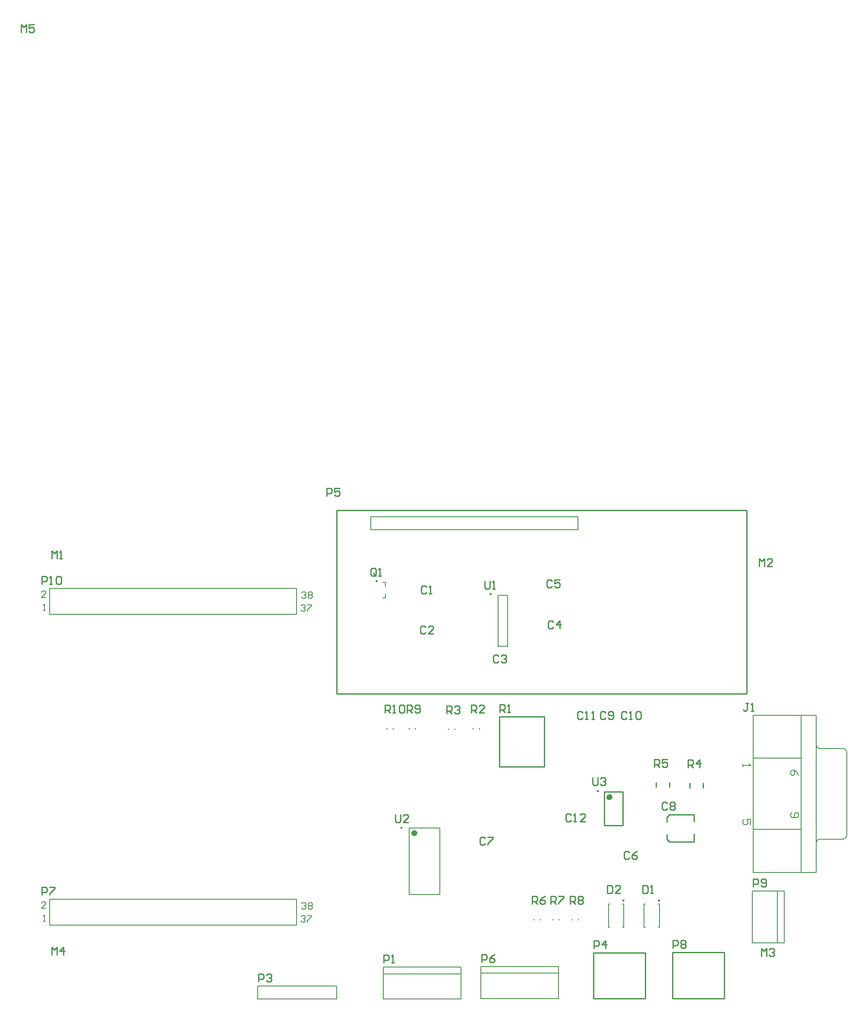
<source format=gto>
G04*
G04 #@! TF.GenerationSoftware,Altium Limited,Altium Designer,18.1.9 (240)*
G04*
G04 Layer_Color=65535*
%FSLAX25Y25*%
%MOIN*%
G70*
G01*
G75*
%ADD10C,0.00984*%
%ADD11C,0.02362*%
%ADD12C,0.00787*%
%ADD13C,0.01000*%
%ADD14C,0.00800*%
%ADD15C,0.00591*%
D10*
X463504Y86114D02*
G03*
X463504Y86114I-492J0D01*
G01*
X443886Y170681D02*
G03*
X443886Y170681I-492J0D01*
G01*
X491004Y86114D02*
G03*
X491004Y86114I-492J0D01*
G01*
X272992Y332827D02*
G03*
X272992Y332827I-492J0D01*
G01*
X292079Y142347D02*
G03*
X292079Y142347I-492J0D01*
G01*
X361043Y322847D02*
G03*
X361043Y322847I-492J0D01*
G01*
D11*
X453441Y165949D02*
G03*
X453441Y165949I-1181J0D01*
G01*
X302807Y138154D02*
G03*
X302807Y138154I-1181J0D01*
G01*
D12*
X612020Y206138D02*
G03*
X614756Y203402I2736J0D01*
G01*
X635622Y200646D02*
G03*
X632886Y203382I-2736J0D01*
G01*
X614756Y133598D02*
G03*
X612020Y130862I0J-2736D01*
G01*
X632886Y133618D02*
G03*
X635622Y136354I0J2736D01*
G01*
X353000Y30000D02*
X413000D01*
X353000Y10500D02*
X413000D01*
X353000D02*
Y35200D01*
X413000D01*
Y10500D02*
Y35200D01*
X268000Y372500D02*
X428000D01*
X268000D02*
Y382500D01*
X275500D01*
X428000D01*
Y372500D02*
Y382500D01*
X451594Y65445D02*
X452579D01*
X451594Y83555D02*
X452579D01*
X462421Y65445D02*
X463406D01*
X462421Y83555D02*
X463406D01*
X451594Y65445D02*
Y83555D01*
X463406Y65445D02*
Y83555D01*
X562600Y53500D02*
X587300D01*
X562600D02*
Y93500D01*
X587300Y53500D02*
Y93500D01*
X562600D02*
X587300D01*
X582000Y53600D02*
Y93500D01*
X394039Y71106D02*
Y71894D01*
X398961Y71106D02*
Y71894D01*
X408539Y71106D02*
Y71894D01*
X413461Y71106D02*
Y71894D01*
X423539Y71106D02*
Y71894D01*
X428461Y71106D02*
Y71894D01*
X297539Y218606D02*
Y219394D01*
X302461Y218606D02*
Y219394D01*
X347039Y218606D02*
Y219394D01*
X351961Y218606D02*
Y219394D01*
X479095Y65445D02*
X480079D01*
X479095Y83555D02*
X480079D01*
X489921Y65445D02*
X490906D01*
X489921Y83555D02*
X490906D01*
X479095Y65445D02*
Y83555D01*
X490906Y65445D02*
Y83555D01*
X280539Y218606D02*
Y219394D01*
X285461Y218606D02*
Y219394D01*
X332961Y218106D02*
Y218894D01*
X328039Y218106D02*
Y218894D01*
X277224Y331646D02*
X279193D01*
Y328496D02*
Y331646D01*
X277224Y319835D02*
X279193D01*
Y322984D01*
X297689Y90909D02*
X321311D01*
X297689Y142091D02*
X321311D01*
Y90909D02*
Y142091D01*
X297689Y90909D02*
Y142091D01*
X337500Y10000D02*
Y34700D01*
X277500D02*
X337500D01*
X277500Y10000D02*
Y34700D01*
Y10000D02*
X337500D01*
X277500Y29500D02*
X337500D01*
X20000Y307000D02*
X210600D01*
X20000Y327000D02*
X210600D01*
X20000Y307000D02*
Y327000D01*
X210600Y307000D02*
Y327000D01*
X20000Y67000D02*
X210600D01*
X20000Y87000D02*
X210600D01*
X20000Y67000D02*
Y87000D01*
X210600Y67000D02*
Y87000D01*
X366457Y282315D02*
Y321685D01*
X373543Y282315D02*
Y321685D01*
X366457D02*
X373543D01*
X366457Y282315D02*
X373543D01*
X600189Y107870D02*
Y229130D01*
X563181Y107870D02*
X612000D01*
X563181Y229130D02*
X612000D01*
X635622Y136354D02*
Y200646D01*
X563181Y107870D02*
Y229130D01*
X563181Y140941D02*
X600189D01*
X612000Y107870D02*
Y229130D01*
X563181Y196059D02*
X600189D01*
X614756Y203402D02*
X632866D01*
X614756Y133598D02*
X632866D01*
X180600Y10000D02*
Y20000D01*
Y10000D02*
X234000D01*
X241500D01*
Y20000D01*
X180600D02*
X241500D01*
D13*
X241504Y387343D02*
X558433D01*
Y245610D02*
Y387343D01*
X241504Y245610D02*
X558433D01*
X241504D02*
Y387343D01*
X501000Y10583D02*
Y45983D01*
X541000D01*
Y10583D02*
Y45983D01*
X501000Y10583D02*
X541000D01*
X496728Y133463D02*
X498624Y131567D01*
X496728Y150537D02*
X498624Y152433D01*
X517594Y147000D02*
Y152433D01*
X498624D02*
X517594D01*
X498624Y131567D02*
X517594D01*
Y137335D01*
X496728Y133463D02*
Y137265D01*
Y146665D02*
Y150537D01*
X448216Y144008D02*
X462783D01*
X448216Y169992D02*
X462783D01*
Y144008D02*
Y169992D01*
X448216Y144008D02*
Y169992D01*
X488382Y173728D02*
Y177272D01*
X498618Y173728D02*
Y177272D01*
X524618Y173224D02*
Y176768D01*
X514382Y173224D02*
Y176768D01*
X367300Y189500D02*
X402000D01*
Y228000D01*
X367300D02*
X402000D01*
X367300Y189500D02*
Y228000D01*
X440000Y10300D02*
Y45700D01*
X480000D01*
Y10300D02*
Y45700D01*
X440000Y10300D02*
X480000D01*
X353600Y38600D02*
Y44598D01*
X356599D01*
X357599Y43598D01*
Y41599D01*
X356599Y40599D01*
X353600D01*
X363597Y44598D02*
X361597Y43598D01*
X359598Y41599D01*
Y39600D01*
X360598Y38600D01*
X362597D01*
X363597Y39600D01*
Y40599D01*
X362597Y41599D01*
X359598D01*
X439150Y181048D02*
Y176050D01*
X440150Y175050D01*
X442149D01*
X443149Y176050D01*
Y181048D01*
X445148Y180048D02*
X446148Y181048D01*
X448147D01*
X449147Y180048D01*
Y179049D01*
X448147Y178049D01*
X447147D01*
X448147D01*
X449147Y177049D01*
Y176050D01*
X448147Y175050D01*
X446148D01*
X445148Y176050D01*
X286850Y152348D02*
Y147350D01*
X287850Y146350D01*
X289849D01*
X290849Y147350D01*
Y152348D01*
X296847Y146350D02*
X292848D01*
X296847Y150349D01*
Y151348D01*
X295847Y152348D01*
X293848D01*
X292848Y151348D01*
X356050Y332848D02*
Y327850D01*
X357050Y326850D01*
X359049D01*
X360049Y327850D01*
Y332848D01*
X362048Y326850D02*
X364047D01*
X363048D01*
Y332848D01*
X362048Y331848D01*
X279000Y230971D02*
Y236969D01*
X281999D01*
X282999Y235969D01*
Y233970D01*
X281999Y232970D01*
X279000D01*
X280999D02*
X282999Y230971D01*
X284998D02*
X286997D01*
X285998D01*
Y236969D01*
X284998Y235969D01*
X289996D02*
X290996Y236969D01*
X292996D01*
X293995Y235969D01*
Y231971D01*
X292996Y230971D01*
X290996D01*
X289996Y231971D01*
Y235969D01*
X296000Y231000D02*
Y236998D01*
X298999D01*
X299999Y235998D01*
Y233999D01*
X298999Y232999D01*
X296000D01*
X297999D02*
X299999Y231000D01*
X301998Y232000D02*
X302998Y231000D01*
X304997D01*
X305997Y232000D01*
Y235998D01*
X304997Y236998D01*
X302998D01*
X301998Y235998D01*
Y234999D01*
X302998Y233999D01*
X305997D01*
X422000Y83471D02*
Y89469D01*
X424999D01*
X425999Y88469D01*
Y86470D01*
X424999Y85470D01*
X422000D01*
X423999D02*
X425999Y83471D01*
X427998Y88469D02*
X428998Y89469D01*
X430997D01*
X431997Y88469D01*
Y87470D01*
X430997Y86470D01*
X431997Y85470D01*
Y84471D01*
X430997Y83471D01*
X428998D01*
X427998Y84471D01*
Y85470D01*
X428998Y86470D01*
X427998Y87470D01*
Y88469D01*
X428998Y86470D02*
X430997D01*
X407000Y83471D02*
Y89469D01*
X409999D01*
X410999Y88469D01*
Y86470D01*
X409999Y85470D01*
X407000D01*
X408999D02*
X410999Y83471D01*
X412998Y89469D02*
X416997D01*
Y88469D01*
X412998Y84471D01*
Y83471D01*
X392500Y83500D02*
Y89498D01*
X395499D01*
X396499Y88498D01*
Y86499D01*
X395499Y85499D01*
X392500D01*
X394499D02*
X396499Y83500D01*
X402497Y89498D02*
X400497Y88498D01*
X398498Y86499D01*
Y84500D01*
X399498Y83500D01*
X401497D01*
X402497Y84500D01*
Y85499D01*
X401497Y86499D01*
X398498D01*
X486900Y189200D02*
Y195198D01*
X489899D01*
X490899Y194198D01*
Y192199D01*
X489899Y191199D01*
X486900D01*
X488899D02*
X490899Y189200D01*
X496897Y195198D02*
X492898D01*
Y192199D01*
X494897Y193199D01*
X495897D01*
X496897Y192199D01*
Y190200D01*
X495897Y189200D01*
X493898D01*
X492898Y190200D01*
X512900Y188696D02*
Y194694D01*
X515899D01*
X516899Y193694D01*
Y191695D01*
X515899Y190695D01*
X512900D01*
X514899D02*
X516899Y188696D01*
X521897D02*
Y194694D01*
X518898Y191695D01*
X522897D01*
X326500Y230500D02*
Y236498D01*
X329499D01*
X330499Y235498D01*
Y233499D01*
X329499Y232499D01*
X326500D01*
X328499D02*
X330499Y230500D01*
X332498Y235498D02*
X333498Y236498D01*
X335497D01*
X336497Y235498D01*
Y234499D01*
X335497Y233499D01*
X334497D01*
X335497D01*
X336497Y232499D01*
Y231500D01*
X335497Y230500D01*
X333498D01*
X332498Y231500D01*
X345500Y231000D02*
Y236998D01*
X348499D01*
X349499Y235998D01*
Y233999D01*
X348499Y232999D01*
X345500D01*
X347499D02*
X349499Y231000D01*
X355497D02*
X351498D01*
X355497Y234999D01*
Y235998D01*
X354497Y236998D01*
X352498D01*
X351498Y235998D01*
X367750Y231550D02*
Y237548D01*
X370749D01*
X371749Y236548D01*
Y234549D01*
X370749Y233549D01*
X367750D01*
X369749D02*
X371749Y231550D01*
X373748D02*
X375747D01*
X374748D01*
Y237548D01*
X373748Y236548D01*
X272086Y337790D02*
Y341789D01*
X271086Y342788D01*
X269087D01*
X268087Y341789D01*
Y337790D01*
X269087Y336790D01*
X271086D01*
X270086Y338790D02*
X272086Y336790D01*
X271086D02*
X272086Y337790D01*
X274085Y336790D02*
X276084D01*
X275085D01*
Y342788D01*
X274085Y341789D01*
X13900Y330400D02*
Y336398D01*
X16899D01*
X17899Y335398D01*
Y333399D01*
X16899Y332399D01*
X13900D01*
X19898Y330400D02*
X21897D01*
X20898D01*
Y336398D01*
X19898Y335398D01*
X24896D02*
X25896Y336398D01*
X27896D01*
X28895Y335398D01*
Y331400D01*
X27896Y330400D01*
X25896D01*
X24896Y331400D01*
Y335398D01*
X563200Y96900D02*
Y102898D01*
X566199D01*
X567199Y101898D01*
Y99899D01*
X566199Y98899D01*
X563200D01*
X569198Y97900D02*
X570198Y96900D01*
X572197D01*
X573197Y97900D01*
Y101898D01*
X572197Y102898D01*
X570198D01*
X569198Y101898D01*
Y100899D01*
X570198Y99899D01*
X573197D01*
X501150Y49533D02*
Y55531D01*
X504149D01*
X505149Y54532D01*
Y52532D01*
X504149Y51533D01*
X501150D01*
X507148Y54532D02*
X508148Y55531D01*
X510147D01*
X511147Y54532D01*
Y53532D01*
X510147Y52532D01*
X511147Y51533D01*
Y50533D01*
X510147Y49533D01*
X508148D01*
X507148Y50533D01*
Y51533D01*
X508148Y52532D01*
X507148Y53532D01*
Y54532D01*
X508148Y52532D02*
X510147D01*
X13900Y90400D02*
Y96398D01*
X16899D01*
X17899Y95398D01*
Y93399D01*
X16899Y92399D01*
X13900D01*
X19898Y96398D02*
X23897D01*
Y95398D01*
X19898Y91400D01*
Y90400D01*
X234100Y398600D02*
Y404598D01*
X237099D01*
X238099Y403598D01*
Y401599D01*
X237099Y400599D01*
X234100D01*
X244097Y404598D02*
X240098D01*
Y401599D01*
X242097Y402599D01*
X243097D01*
X244097Y401599D01*
Y399600D01*
X243097Y398600D01*
X241098D01*
X240098Y399600D01*
X440150Y49250D02*
Y55248D01*
X443149D01*
X444149Y54248D01*
Y52249D01*
X443149Y51249D01*
X440150D01*
X449147Y49250D02*
Y55248D01*
X446148Y52249D01*
X450147D01*
X181200Y23400D02*
Y29398D01*
X184199D01*
X185199Y28398D01*
Y26399D01*
X184199Y25399D01*
X181200D01*
X187198Y28398D02*
X188198Y29398D01*
X190197D01*
X191197Y28398D01*
Y27399D01*
X190197Y26399D01*
X189197D01*
X190197D01*
X191197Y25399D01*
Y24400D01*
X190197Y23400D01*
X188198D01*
X187198Y24400D01*
X278100Y38100D02*
Y44098D01*
X281099D01*
X282099Y43098D01*
Y41099D01*
X281099Y40099D01*
X278100D01*
X284098Y38100D02*
X286097D01*
X285098D01*
Y44098D01*
X284098Y43098D01*
X559799Y238498D02*
X557799D01*
X558799D01*
Y233500D01*
X557799Y232500D01*
X556800D01*
X555800Y233500D01*
X561798Y232500D02*
X563797D01*
X562798D01*
Y238498D01*
X561798Y237498D01*
X450500Y97798D02*
Y91800D01*
X453499D01*
X454499Y92800D01*
Y96798D01*
X453499Y97798D01*
X450500D01*
X460497Y91800D02*
X456498D01*
X460497Y95799D01*
Y96798D01*
X459497Y97798D01*
X457498D01*
X456498Y96798D01*
X478000Y97798D02*
Y91800D01*
X480999D01*
X481999Y92800D01*
Y96798D01*
X480999Y97798D01*
X478000D01*
X483998Y91800D02*
X485997D01*
X484998D01*
Y97798D01*
X483998Y96798D01*
X422799Y151998D02*
X421799Y152998D01*
X419800D01*
X418800Y151998D01*
Y148000D01*
X419800Y147000D01*
X421799D01*
X422799Y148000D01*
X424798Y147000D02*
X426797D01*
X425798D01*
Y152998D01*
X424798Y151998D01*
X433795Y147000D02*
X429796D01*
X433795Y150999D01*
Y151998D01*
X432795Y152998D01*
X430796D01*
X429796Y151998D01*
X431799Y230998D02*
X430799Y231998D01*
X428800D01*
X427800Y230998D01*
Y227000D01*
X428800Y226000D01*
X430799D01*
X431799Y227000D01*
X433798Y226000D02*
X435797D01*
X434798D01*
Y231998D01*
X433798Y230998D01*
X438796Y226000D02*
X440796D01*
X439796D01*
Y231998D01*
X438796Y230998D01*
X465799D02*
X464799Y231998D01*
X462800D01*
X461800Y230998D01*
Y227000D01*
X462800Y226000D01*
X464799D01*
X465799Y227000D01*
X467798Y226000D02*
X469797D01*
X468798D01*
Y231998D01*
X467798Y230998D01*
X472796D02*
X473796Y231998D01*
X475796D01*
X476795Y230998D01*
Y227000D01*
X475796Y226000D01*
X473796D01*
X472796Y227000D01*
Y230998D01*
X449299Y230960D02*
X448299Y231960D01*
X446300D01*
X445300Y230960D01*
Y226961D01*
X446300Y225961D01*
X448299D01*
X449299Y226961D01*
X451298D02*
X452298Y225961D01*
X454297D01*
X455297Y226961D01*
Y230960D01*
X454297Y231960D01*
X452298D01*
X451298Y230960D01*
Y229960D01*
X452298Y228960D01*
X455297D01*
X497110Y160948D02*
X496110Y161948D01*
X494111D01*
X493111Y160948D01*
Y156950D01*
X494111Y155950D01*
X496110D01*
X497110Y156950D01*
X499110Y160948D02*
X500109Y161948D01*
X502108D01*
X503108Y160948D01*
Y159949D01*
X502108Y158949D01*
X503108Y157949D01*
Y156950D01*
X502108Y155950D01*
X500109D01*
X499110Y156950D01*
Y157949D01*
X500109Y158949D01*
X499110Y159949D01*
Y160948D01*
X500109Y158949D02*
X502108D01*
X356299Y134121D02*
X355299Y135121D01*
X353300D01*
X352300Y134121D01*
Y130122D01*
X353300Y129123D01*
X355299D01*
X356299Y130122D01*
X358298Y135121D02*
X362297D01*
Y134121D01*
X358298Y130122D01*
Y129123D01*
X467549Y123248D02*
X466549Y124248D01*
X464550D01*
X463550Y123248D01*
Y119250D01*
X464550Y118250D01*
X466549D01*
X467549Y119250D01*
X473547Y124248D02*
X471547Y123248D01*
X469548Y121249D01*
Y119250D01*
X470548Y118250D01*
X472547D01*
X473547Y119250D01*
Y120249D01*
X472547Y121249D01*
X469548D01*
X408049Y332748D02*
X407049Y333748D01*
X405050D01*
X404050Y332748D01*
Y328750D01*
X405050Y327750D01*
X407049D01*
X408049Y328750D01*
X414047Y333748D02*
X410048D01*
Y330749D01*
X412047Y331749D01*
X413047D01*
X414047Y330749D01*
Y328750D01*
X413047Y327750D01*
X411048D01*
X410048Y328750D01*
X409049Y301248D02*
X408049Y302248D01*
X406050D01*
X405050Y301248D01*
Y297250D01*
X406050Y296250D01*
X408049D01*
X409049Y297250D01*
X414047Y296250D02*
Y302248D01*
X411048Y299249D01*
X415047D01*
X366549Y274748D02*
X365549Y275748D01*
X363550D01*
X362550Y274748D01*
Y270750D01*
X363550Y269750D01*
X365549D01*
X366549Y270750D01*
X368548Y274748D02*
X369548Y275748D01*
X371547D01*
X372547Y274748D01*
Y273749D01*
X371547Y272749D01*
X370547D01*
X371547D01*
X372547Y271749D01*
Y270750D01*
X371547Y269750D01*
X369548D01*
X368548Y270750D01*
X310387Y297248D02*
X309388Y298248D01*
X307388D01*
X306389Y297248D01*
Y293250D01*
X307388Y292250D01*
X309388D01*
X310387Y293250D01*
X316385Y292250D02*
X312387D01*
X316385Y296249D01*
Y297248D01*
X315386Y298248D01*
X313386D01*
X312387Y297248D01*
X311049Y328248D02*
X310049Y329248D01*
X308050D01*
X307050Y328248D01*
Y324250D01*
X308050Y323250D01*
X310049D01*
X311049Y324250D01*
X313048Y323250D02*
X315047D01*
X314048D01*
Y329248D01*
X313048Y328248D01*
X-1900Y756300D02*
Y762298D01*
X99Y760299D01*
X2099Y762298D01*
Y756300D01*
X8097Y762298D02*
X4098D01*
Y759299D01*
X6097Y760299D01*
X7097D01*
X8097Y759299D01*
Y757300D01*
X7097Y756300D01*
X5098D01*
X4098Y757300D01*
X21500Y350000D02*
Y355998D01*
X23499Y353999D01*
X25499Y355998D01*
Y350000D01*
X27498D02*
X29497D01*
X28498D01*
Y355998D01*
X27498Y354998D01*
X568000Y344000D02*
Y349998D01*
X569999Y347999D01*
X571999Y349998D01*
Y344000D01*
X577997D02*
X573998D01*
X577997Y347999D01*
Y348998D01*
X576997Y349998D01*
X574998D01*
X573998Y348998D01*
X569500Y43000D02*
Y48998D01*
X571499Y46999D01*
X573499Y48998D01*
Y43000D01*
X575498Y47998D02*
X576498Y48998D01*
X578497D01*
X579497Y47998D01*
Y46999D01*
X578497Y45999D01*
X577497D01*
X578497D01*
X579497Y44999D01*
Y44000D01*
X578497Y43000D01*
X576498D01*
X575498Y44000D01*
X21500Y44000D02*
Y49998D01*
X23499Y47999D01*
X25499Y49998D01*
Y44000D01*
X30497D02*
Y49998D01*
X27498Y46999D01*
X31497D01*
D14*
X214500Y323665D02*
X215333Y324498D01*
X216999D01*
X217832Y323665D01*
Y322832D01*
X216999Y321999D01*
X216166D01*
X216999D01*
X217832Y321166D01*
Y320333D01*
X216999Y319500D01*
X215333D01*
X214500Y320333D01*
X219498Y323665D02*
X220331Y324498D01*
X221998D01*
X222831Y323665D01*
Y322832D01*
X221998Y321999D01*
X222831Y321166D01*
Y320333D01*
X221998Y319500D01*
X220331D01*
X219498Y320333D01*
Y321166D01*
X220331Y321999D01*
X219498Y322832D01*
Y323665D01*
X220331Y321999D02*
X221998D01*
X214100Y313765D02*
X214933Y314598D01*
X216599D01*
X217432Y313765D01*
Y312932D01*
X216599Y312099D01*
X215766D01*
X216599D01*
X217432Y311266D01*
Y310433D01*
X216599Y309600D01*
X214933D01*
X214100Y310433D01*
X219098Y314598D02*
X222431D01*
Y313765D01*
X219098Y310433D01*
Y309600D01*
X15000Y310000D02*
X16666D01*
X15833D01*
Y314998D01*
X15000Y314165D01*
X17032Y320100D02*
X13700D01*
X17032Y323432D01*
Y324265D01*
X16199Y325098D01*
X14533D01*
X13700Y324265D01*
X214500Y83665D02*
X215333Y84498D01*
X216999D01*
X217832Y83665D01*
Y82832D01*
X216999Y81999D01*
X216166D01*
X216999D01*
X217832Y81166D01*
Y80333D01*
X216999Y79500D01*
X215333D01*
X214500Y80333D01*
X219498Y83665D02*
X220331Y84498D01*
X221998D01*
X222831Y83665D01*
Y82832D01*
X221998Y81999D01*
X222831Y81166D01*
Y80333D01*
X221998Y79500D01*
X220331D01*
X219498Y80333D01*
Y81166D01*
X220331Y81999D01*
X219498Y82832D01*
Y83665D01*
X220331Y81999D02*
X221998D01*
X214100Y73765D02*
X214933Y74598D01*
X216599D01*
X217432Y73765D01*
Y72932D01*
X216599Y72099D01*
X215766D01*
X216599D01*
X217432Y71266D01*
Y70433D01*
X216599Y69600D01*
X214933D01*
X214100Y70433D01*
X219098Y74598D02*
X222431D01*
Y73765D01*
X219098Y70433D01*
Y69600D01*
X15000Y70000D02*
X16666D01*
X15833D01*
Y74998D01*
X15000Y74165D01*
X17032Y80100D02*
X13700D01*
X17032Y83432D01*
Y84265D01*
X16199Y85098D01*
X14533D01*
X13700Y84265D01*
D15*
X555406Y191295D02*
Y189327D01*
Y190311D01*
X561309D01*
X560325Y191295D01*
X561309Y144722D02*
Y148658D01*
X558357D01*
X559341Y146690D01*
Y145706D01*
X558357Y144722D01*
X556390D01*
X555406Y145706D01*
Y147674D01*
X556390Y148658D01*
X593397Y154110D02*
X592413Y153126D01*
Y151158D01*
X593397Y150174D01*
X597333D01*
X598317Y151158D01*
Y153126D01*
X597333Y154110D01*
X596349D01*
X595365Y153126D01*
Y150174D01*
X598317Y182891D02*
X597333Y184859D01*
X595365Y186827D01*
X593397D01*
X592413Y185843D01*
Y183875D01*
X593397Y182891D01*
X594381D01*
X595365Y183875D01*
Y186827D01*
M02*

</source>
